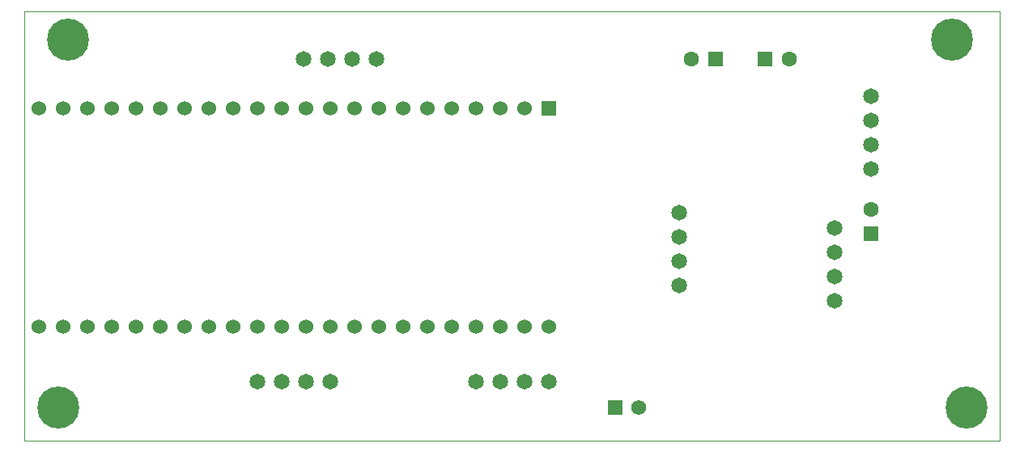
<source format=gbr>
%TF.GenerationSoftware,KiCad,Pcbnew,9.0.0*%
%TF.CreationDate,2025-05-10T16:39:55-04:00*%
%TF.ProjectId,HELPStat_V2,48454c50-5374-4617-945f-56322e6b6963,rev?*%
%TF.SameCoordinates,Original*%
%TF.FileFunction,Soldermask,Bot*%
%TF.FilePolarity,Negative*%
%FSLAX46Y46*%
G04 Gerber Fmt 4.6, Leading zero omitted, Abs format (unit mm)*
G04 Created by KiCad (PCBNEW 9.0.0) date 2025-05-10 16:39:55*
%MOMM*%
%LPD*%
G01*
G04 APERTURE LIST*
%ADD10C,1.650000*%
%ADD11R,1.605000X1.605000*%
%ADD12C,1.605000*%
%ADD13R,1.575000X1.575000*%
%ADD14C,1.575000*%
%ADD15C,4.400000*%
%ADD16R,1.530000X1.530000*%
%ADD17C,1.530000*%
%TA.AperFunction,Profile*%
%ADD18C,0.050000*%
%TD*%
G04 APERTURE END LIST*
D10*
%TO.C,J8*%
X124000000Y-106040000D03*
X124000000Y-103500000D03*
X124000000Y-100960000D03*
X124000000Y-98420000D03*
%TD*%
D11*
%TO.C,J4*%
X107770000Y-94500000D03*
D12*
X105230000Y-94500000D03*
%TD*%
D13*
%TO.C,J2*%
X97250000Y-130975000D03*
D14*
X99750000Y-130975000D03*
%TD*%
D15*
%TO.C,H4*%
X134000000Y-131000000D03*
%TD*%
%TO.C,H2*%
X132500000Y-92500000D03*
%TD*%
D11*
%TO.C,J3*%
X124000000Y-112770000D03*
D12*
X124000000Y-110230000D03*
%TD*%
D15*
%TO.C,H1*%
X40000000Y-92500000D03*
%TD*%
D10*
%TO.C,J7*%
X120250000Y-112190000D03*
X120250000Y-114730000D03*
X120250000Y-117270000D03*
X120250000Y-119810000D03*
%TD*%
%TO.C,SPI0*%
X67500000Y-128250000D03*
X64960000Y-128250000D03*
X62420000Y-128250000D03*
X59880000Y-128250000D03*
%TD*%
D16*
%TO.C,U5*%
X90340000Y-99640000D03*
D17*
X87800000Y-99640000D03*
X85260000Y-99640000D03*
X82720000Y-99640000D03*
X80180000Y-99640000D03*
X77640000Y-99640000D03*
X75100000Y-99640000D03*
X72560000Y-99640000D03*
X70020000Y-99640000D03*
X67480000Y-99640000D03*
X64940000Y-99640000D03*
X62400000Y-99640000D03*
X59860000Y-99640000D03*
X57320000Y-99640000D03*
X54780000Y-99640000D03*
X52240000Y-99640000D03*
X49700000Y-99640000D03*
X47160000Y-99640000D03*
X44620000Y-99640000D03*
X42080000Y-99640000D03*
X39540000Y-99640000D03*
X37000000Y-99640000D03*
X90340000Y-122500000D03*
X87800000Y-122500000D03*
X85260000Y-122500000D03*
X82720000Y-122500000D03*
X80180000Y-122500000D03*
X77640000Y-122500000D03*
X75100000Y-122500000D03*
X72560000Y-122500000D03*
X70020000Y-122500000D03*
X67480000Y-122500000D03*
X64940000Y-122500000D03*
X62400000Y-122500000D03*
X59860000Y-122500000D03*
X57320000Y-122500000D03*
X54780000Y-122500000D03*
X52240000Y-122500000D03*
X49700000Y-122500000D03*
X47160000Y-122500000D03*
X44620000Y-122500000D03*
X42080000Y-122500000D03*
X39540000Y-122500000D03*
X37000000Y-122500000D03*
%TD*%
D15*
%TO.C,H3*%
X39000000Y-131000000D03*
%TD*%
D10*
%TO.C,I2C0*%
X72290000Y-94500000D03*
X69750000Y-94500000D03*
X67210000Y-94500000D03*
X64670000Y-94500000D03*
%TD*%
D11*
%TO.C,J5*%
X112960000Y-94500000D03*
D12*
X115500000Y-94500000D03*
%TD*%
D10*
%TO.C,J6*%
X104000000Y-110575000D03*
X104000000Y-113115000D03*
X104000000Y-115655000D03*
X104000000Y-118195000D03*
%TD*%
%TO.C,UART0*%
X82690000Y-128250000D03*
X85230000Y-128250000D03*
X87770000Y-128250000D03*
X90310000Y-128250000D03*
%TD*%
D18*
X35500000Y-89500000D02*
X137500000Y-89500000D01*
X137500000Y-134500000D01*
X35500000Y-134500000D01*
X35500000Y-89500000D01*
M02*

</source>
